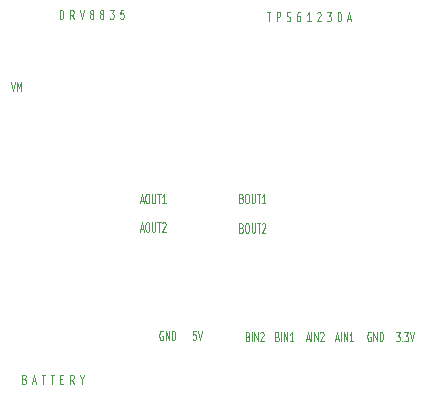
<source format=gbr>
%TF.GenerationSoftware,KiCad,Pcbnew,8.0.6*%
%TF.CreationDate,2024-12-12T22:55:36+09:00*%
%TF.ProjectId,basic_motor,62617369-635f-46d6-9f74-6f722e6b6963,rev?*%
%TF.SameCoordinates,Original*%
%TF.FileFunction,Legend,Top*%
%TF.FilePolarity,Positive*%
%FSLAX46Y46*%
G04 Gerber Fmt 4.6, Leading zero omitted, Abs format (unit mm)*
G04 Created by KiCad (PCBNEW 8.0.6) date 2024-12-12 22:55:36*
%MOMM*%
%LPD*%
G01*
G04 APERTURE LIST*
%ADD10C,0.100000*%
G04 APERTURE END LIST*
D10*
X159219047Y-85102990D02*
X159171428Y-85064895D01*
X159171428Y-85064895D02*
X159099999Y-85064895D01*
X159099999Y-85064895D02*
X159028571Y-85102990D01*
X159028571Y-85102990D02*
X158980952Y-85179180D01*
X158980952Y-85179180D02*
X158957142Y-85255371D01*
X158957142Y-85255371D02*
X158933333Y-85407752D01*
X158933333Y-85407752D02*
X158933333Y-85522038D01*
X158933333Y-85522038D02*
X158957142Y-85674419D01*
X158957142Y-85674419D02*
X158980952Y-85750609D01*
X158980952Y-85750609D02*
X159028571Y-85826800D01*
X159028571Y-85826800D02*
X159099999Y-85864895D01*
X159099999Y-85864895D02*
X159147618Y-85864895D01*
X159147618Y-85864895D02*
X159219047Y-85826800D01*
X159219047Y-85826800D02*
X159242856Y-85788704D01*
X159242856Y-85788704D02*
X159242856Y-85522038D01*
X159242856Y-85522038D02*
X159147618Y-85522038D01*
X159457142Y-85864895D02*
X159457142Y-85064895D01*
X159457142Y-85064895D02*
X159742856Y-85864895D01*
X159742856Y-85864895D02*
X159742856Y-85064895D01*
X159980952Y-85864895D02*
X159980952Y-85064895D01*
X159980952Y-85064895D02*
X160100000Y-85064895D01*
X160100000Y-85064895D02*
X160171428Y-85102990D01*
X160171428Y-85102990D02*
X160219047Y-85179180D01*
X160219047Y-85179180D02*
X160242857Y-85255371D01*
X160242857Y-85255371D02*
X160266666Y-85407752D01*
X160266666Y-85407752D02*
X160266666Y-85522038D01*
X160266666Y-85522038D02*
X160242857Y-85674419D01*
X160242857Y-85674419D02*
X160219047Y-85750609D01*
X160219047Y-85750609D02*
X160171428Y-85826800D01*
X160171428Y-85826800D02*
X160100000Y-85864895D01*
X160100000Y-85864895D02*
X159980952Y-85864895D01*
X156261905Y-85636323D02*
X156500000Y-85636323D01*
X156214286Y-85864895D02*
X156380952Y-85064895D01*
X156380952Y-85064895D02*
X156547619Y-85864895D01*
X156714285Y-85864895D02*
X156714285Y-85064895D01*
X156952380Y-85864895D02*
X156952380Y-85064895D01*
X156952380Y-85064895D02*
X157238094Y-85864895D01*
X157238094Y-85864895D02*
X157238094Y-85064895D01*
X157738095Y-85864895D02*
X157452381Y-85864895D01*
X157595238Y-85864895D02*
X157595238Y-85064895D01*
X157595238Y-85064895D02*
X157547619Y-85179180D01*
X157547619Y-85179180D02*
X157500000Y-85255371D01*
X157500000Y-85255371D02*
X157452381Y-85293466D01*
X129907145Y-89045847D02*
X129978573Y-89083942D01*
X129978573Y-89083942D02*
X130002383Y-89122038D01*
X130002383Y-89122038D02*
X130026192Y-89198228D01*
X130026192Y-89198228D02*
X130026192Y-89312514D01*
X130026192Y-89312514D02*
X130002383Y-89388704D01*
X130002383Y-89388704D02*
X129978573Y-89426800D01*
X129978573Y-89426800D02*
X129930954Y-89464895D01*
X129930954Y-89464895D02*
X129740478Y-89464895D01*
X129740478Y-89464895D02*
X129740478Y-88664895D01*
X129740478Y-88664895D02*
X129907145Y-88664895D01*
X129907145Y-88664895D02*
X129954764Y-88702990D01*
X129954764Y-88702990D02*
X129978573Y-88741085D01*
X129978573Y-88741085D02*
X130002383Y-88817276D01*
X130002383Y-88817276D02*
X130002383Y-88893466D01*
X130002383Y-88893466D02*
X129978573Y-88969657D01*
X129978573Y-88969657D02*
X129954764Y-89007752D01*
X129954764Y-89007752D02*
X129907145Y-89045847D01*
X129907145Y-89045847D02*
X129740478Y-89045847D01*
X130597621Y-89236323D02*
X130835716Y-89236323D01*
X130550002Y-89464895D02*
X130716668Y-88664895D01*
X130716668Y-88664895D02*
X130883335Y-89464895D01*
X131359525Y-88664895D02*
X131645239Y-88664895D01*
X131502382Y-89464895D02*
X131502382Y-88664895D01*
X132121429Y-88664895D02*
X132407143Y-88664895D01*
X132264286Y-89464895D02*
X132264286Y-88664895D01*
X132954761Y-89045847D02*
X133121428Y-89045847D01*
X133192856Y-89464895D02*
X132954761Y-89464895D01*
X132954761Y-89464895D02*
X132954761Y-88664895D01*
X132954761Y-88664895D02*
X133192856Y-88664895D01*
X134073808Y-89464895D02*
X133907142Y-89083942D01*
X133788094Y-89464895D02*
X133788094Y-88664895D01*
X133788094Y-88664895D02*
X133978570Y-88664895D01*
X133978570Y-88664895D02*
X134026189Y-88702990D01*
X134026189Y-88702990D02*
X134049999Y-88741085D01*
X134049999Y-88741085D02*
X134073808Y-88817276D01*
X134073808Y-88817276D02*
X134073808Y-88931561D01*
X134073808Y-88931561D02*
X134049999Y-89007752D01*
X134049999Y-89007752D02*
X134026189Y-89045847D01*
X134026189Y-89045847D02*
X133978570Y-89083942D01*
X133978570Y-89083942D02*
X133788094Y-89083942D01*
X134764284Y-89083942D02*
X134764284Y-89464895D01*
X134597618Y-88664895D02*
X134764284Y-89083942D01*
X134764284Y-89083942D02*
X134930951Y-88664895D01*
X150440480Y-57964895D02*
X150726194Y-57964895D01*
X150583337Y-58764895D02*
X150583337Y-57964895D01*
X151273812Y-58764895D02*
X151273812Y-57964895D01*
X151273812Y-57964895D02*
X151464288Y-57964895D01*
X151464288Y-57964895D02*
X151511907Y-58002990D01*
X151511907Y-58002990D02*
X151535717Y-58041085D01*
X151535717Y-58041085D02*
X151559526Y-58117276D01*
X151559526Y-58117276D02*
X151559526Y-58231561D01*
X151559526Y-58231561D02*
X151535717Y-58307752D01*
X151535717Y-58307752D02*
X151511907Y-58345847D01*
X151511907Y-58345847D02*
X151464288Y-58383942D01*
X151464288Y-58383942D02*
X151273812Y-58383942D01*
X152130955Y-58726800D02*
X152202383Y-58764895D01*
X152202383Y-58764895D02*
X152321431Y-58764895D01*
X152321431Y-58764895D02*
X152369050Y-58726800D01*
X152369050Y-58726800D02*
X152392859Y-58688704D01*
X152392859Y-58688704D02*
X152416669Y-58612514D01*
X152416669Y-58612514D02*
X152416669Y-58536323D01*
X152416669Y-58536323D02*
X152392859Y-58460133D01*
X152392859Y-58460133D02*
X152369050Y-58422038D01*
X152369050Y-58422038D02*
X152321431Y-58383942D01*
X152321431Y-58383942D02*
X152226193Y-58345847D01*
X152226193Y-58345847D02*
X152178574Y-58307752D01*
X152178574Y-58307752D02*
X152154764Y-58269657D01*
X152154764Y-58269657D02*
X152130955Y-58193466D01*
X152130955Y-58193466D02*
X152130955Y-58117276D01*
X152130955Y-58117276D02*
X152154764Y-58041085D01*
X152154764Y-58041085D02*
X152178574Y-58002990D01*
X152178574Y-58002990D02*
X152226193Y-57964895D01*
X152226193Y-57964895D02*
X152345240Y-57964895D01*
X152345240Y-57964895D02*
X152416669Y-58002990D01*
X153226192Y-57964895D02*
X153130954Y-57964895D01*
X153130954Y-57964895D02*
X153083335Y-58002990D01*
X153083335Y-58002990D02*
X153059525Y-58041085D01*
X153059525Y-58041085D02*
X153011906Y-58155371D01*
X153011906Y-58155371D02*
X152988097Y-58307752D01*
X152988097Y-58307752D02*
X152988097Y-58612514D01*
X152988097Y-58612514D02*
X153011906Y-58688704D01*
X153011906Y-58688704D02*
X153035716Y-58726800D01*
X153035716Y-58726800D02*
X153083335Y-58764895D01*
X153083335Y-58764895D02*
X153178573Y-58764895D01*
X153178573Y-58764895D02*
X153226192Y-58726800D01*
X153226192Y-58726800D02*
X153250001Y-58688704D01*
X153250001Y-58688704D02*
X153273811Y-58612514D01*
X153273811Y-58612514D02*
X153273811Y-58422038D01*
X153273811Y-58422038D02*
X153250001Y-58345847D01*
X153250001Y-58345847D02*
X153226192Y-58307752D01*
X153226192Y-58307752D02*
X153178573Y-58269657D01*
X153178573Y-58269657D02*
X153083335Y-58269657D01*
X153083335Y-58269657D02*
X153035716Y-58307752D01*
X153035716Y-58307752D02*
X153011906Y-58345847D01*
X153011906Y-58345847D02*
X152988097Y-58422038D01*
X154130953Y-58764895D02*
X153845239Y-58764895D01*
X153988096Y-58764895D02*
X153988096Y-57964895D01*
X153988096Y-57964895D02*
X153940477Y-58079180D01*
X153940477Y-58079180D02*
X153892858Y-58155371D01*
X153892858Y-58155371D02*
X153845239Y-58193466D01*
X154702381Y-58041085D02*
X154726190Y-58002990D01*
X154726190Y-58002990D02*
X154773809Y-57964895D01*
X154773809Y-57964895D02*
X154892857Y-57964895D01*
X154892857Y-57964895D02*
X154940476Y-58002990D01*
X154940476Y-58002990D02*
X154964285Y-58041085D01*
X154964285Y-58041085D02*
X154988095Y-58117276D01*
X154988095Y-58117276D02*
X154988095Y-58193466D01*
X154988095Y-58193466D02*
X154964285Y-58307752D01*
X154964285Y-58307752D02*
X154678571Y-58764895D01*
X154678571Y-58764895D02*
X154988095Y-58764895D01*
X155535713Y-57964895D02*
X155845237Y-57964895D01*
X155845237Y-57964895D02*
X155678570Y-58269657D01*
X155678570Y-58269657D02*
X155749999Y-58269657D01*
X155749999Y-58269657D02*
X155797618Y-58307752D01*
X155797618Y-58307752D02*
X155821427Y-58345847D01*
X155821427Y-58345847D02*
X155845237Y-58422038D01*
X155845237Y-58422038D02*
X155845237Y-58612514D01*
X155845237Y-58612514D02*
X155821427Y-58688704D01*
X155821427Y-58688704D02*
X155797618Y-58726800D01*
X155797618Y-58726800D02*
X155749999Y-58764895D01*
X155749999Y-58764895D02*
X155607142Y-58764895D01*
X155607142Y-58764895D02*
X155559523Y-58726800D01*
X155559523Y-58726800D02*
X155535713Y-58688704D01*
X156535712Y-57964895D02*
X156583331Y-57964895D01*
X156583331Y-57964895D02*
X156630950Y-58002990D01*
X156630950Y-58002990D02*
X156654760Y-58041085D01*
X156654760Y-58041085D02*
X156678569Y-58117276D01*
X156678569Y-58117276D02*
X156702379Y-58269657D01*
X156702379Y-58269657D02*
X156702379Y-58460133D01*
X156702379Y-58460133D02*
X156678569Y-58612514D01*
X156678569Y-58612514D02*
X156654760Y-58688704D01*
X156654760Y-58688704D02*
X156630950Y-58726800D01*
X156630950Y-58726800D02*
X156583331Y-58764895D01*
X156583331Y-58764895D02*
X156535712Y-58764895D01*
X156535712Y-58764895D02*
X156488093Y-58726800D01*
X156488093Y-58726800D02*
X156464284Y-58688704D01*
X156464284Y-58688704D02*
X156440474Y-58612514D01*
X156440474Y-58612514D02*
X156416665Y-58460133D01*
X156416665Y-58460133D02*
X156416665Y-58269657D01*
X156416665Y-58269657D02*
X156440474Y-58117276D01*
X156440474Y-58117276D02*
X156464284Y-58041085D01*
X156464284Y-58041085D02*
X156488093Y-58002990D01*
X156488093Y-58002990D02*
X156535712Y-57964895D01*
X157273807Y-58536323D02*
X157511902Y-58536323D01*
X157226188Y-58764895D02*
X157392854Y-57964895D01*
X157392854Y-57964895D02*
X157559521Y-58764895D01*
X153761905Y-85636323D02*
X154000000Y-85636323D01*
X153714286Y-85864895D02*
X153880952Y-85064895D01*
X153880952Y-85064895D02*
X154047619Y-85864895D01*
X154214285Y-85864895D02*
X154214285Y-85064895D01*
X154452380Y-85864895D02*
X154452380Y-85064895D01*
X154452380Y-85064895D02*
X154738094Y-85864895D01*
X154738094Y-85864895D02*
X154738094Y-85064895D01*
X154952381Y-85141085D02*
X154976190Y-85102990D01*
X154976190Y-85102990D02*
X155023809Y-85064895D01*
X155023809Y-85064895D02*
X155142857Y-85064895D01*
X155142857Y-85064895D02*
X155190476Y-85102990D01*
X155190476Y-85102990D02*
X155214285Y-85141085D01*
X155214285Y-85141085D02*
X155238095Y-85217276D01*
X155238095Y-85217276D02*
X155238095Y-85293466D01*
X155238095Y-85293466D02*
X155214285Y-85407752D01*
X155214285Y-85407752D02*
X154928571Y-85864895D01*
X154928571Y-85864895D02*
X155238095Y-85864895D01*
X161361905Y-85064895D02*
X161671429Y-85064895D01*
X161671429Y-85064895D02*
X161504762Y-85369657D01*
X161504762Y-85369657D02*
X161576191Y-85369657D01*
X161576191Y-85369657D02*
X161623810Y-85407752D01*
X161623810Y-85407752D02*
X161647619Y-85445847D01*
X161647619Y-85445847D02*
X161671429Y-85522038D01*
X161671429Y-85522038D02*
X161671429Y-85712514D01*
X161671429Y-85712514D02*
X161647619Y-85788704D01*
X161647619Y-85788704D02*
X161623810Y-85826800D01*
X161623810Y-85826800D02*
X161576191Y-85864895D01*
X161576191Y-85864895D02*
X161433334Y-85864895D01*
X161433334Y-85864895D02*
X161385715Y-85826800D01*
X161385715Y-85826800D02*
X161361905Y-85788704D01*
X161885714Y-85788704D02*
X161909524Y-85826800D01*
X161909524Y-85826800D02*
X161885714Y-85864895D01*
X161885714Y-85864895D02*
X161861905Y-85826800D01*
X161861905Y-85826800D02*
X161885714Y-85788704D01*
X161885714Y-85788704D02*
X161885714Y-85864895D01*
X162076190Y-85064895D02*
X162385714Y-85064895D01*
X162385714Y-85064895D02*
X162219047Y-85369657D01*
X162219047Y-85369657D02*
X162290476Y-85369657D01*
X162290476Y-85369657D02*
X162338095Y-85407752D01*
X162338095Y-85407752D02*
X162361904Y-85445847D01*
X162361904Y-85445847D02*
X162385714Y-85522038D01*
X162385714Y-85522038D02*
X162385714Y-85712514D01*
X162385714Y-85712514D02*
X162361904Y-85788704D01*
X162361904Y-85788704D02*
X162338095Y-85826800D01*
X162338095Y-85826800D02*
X162290476Y-85864895D01*
X162290476Y-85864895D02*
X162147619Y-85864895D01*
X162147619Y-85864895D02*
X162100000Y-85826800D01*
X162100000Y-85826800D02*
X162076190Y-85788704D01*
X162528571Y-85064895D02*
X162695237Y-85864895D01*
X162695237Y-85864895D02*
X162861904Y-85064895D01*
X148283333Y-76245847D02*
X148354761Y-76283942D01*
X148354761Y-76283942D02*
X148378571Y-76322038D01*
X148378571Y-76322038D02*
X148402380Y-76398228D01*
X148402380Y-76398228D02*
X148402380Y-76512514D01*
X148402380Y-76512514D02*
X148378571Y-76588704D01*
X148378571Y-76588704D02*
X148354761Y-76626800D01*
X148354761Y-76626800D02*
X148307142Y-76664895D01*
X148307142Y-76664895D02*
X148116666Y-76664895D01*
X148116666Y-76664895D02*
X148116666Y-75864895D01*
X148116666Y-75864895D02*
X148283333Y-75864895D01*
X148283333Y-75864895D02*
X148330952Y-75902990D01*
X148330952Y-75902990D02*
X148354761Y-75941085D01*
X148354761Y-75941085D02*
X148378571Y-76017276D01*
X148378571Y-76017276D02*
X148378571Y-76093466D01*
X148378571Y-76093466D02*
X148354761Y-76169657D01*
X148354761Y-76169657D02*
X148330952Y-76207752D01*
X148330952Y-76207752D02*
X148283333Y-76245847D01*
X148283333Y-76245847D02*
X148116666Y-76245847D01*
X148711904Y-75864895D02*
X148807142Y-75864895D01*
X148807142Y-75864895D02*
X148854761Y-75902990D01*
X148854761Y-75902990D02*
X148902380Y-75979180D01*
X148902380Y-75979180D02*
X148926190Y-76131561D01*
X148926190Y-76131561D02*
X148926190Y-76398228D01*
X148926190Y-76398228D02*
X148902380Y-76550609D01*
X148902380Y-76550609D02*
X148854761Y-76626800D01*
X148854761Y-76626800D02*
X148807142Y-76664895D01*
X148807142Y-76664895D02*
X148711904Y-76664895D01*
X148711904Y-76664895D02*
X148664285Y-76626800D01*
X148664285Y-76626800D02*
X148616666Y-76550609D01*
X148616666Y-76550609D02*
X148592857Y-76398228D01*
X148592857Y-76398228D02*
X148592857Y-76131561D01*
X148592857Y-76131561D02*
X148616666Y-75979180D01*
X148616666Y-75979180D02*
X148664285Y-75902990D01*
X148664285Y-75902990D02*
X148711904Y-75864895D01*
X149140476Y-75864895D02*
X149140476Y-76512514D01*
X149140476Y-76512514D02*
X149164286Y-76588704D01*
X149164286Y-76588704D02*
X149188095Y-76626800D01*
X149188095Y-76626800D02*
X149235714Y-76664895D01*
X149235714Y-76664895D02*
X149330952Y-76664895D01*
X149330952Y-76664895D02*
X149378571Y-76626800D01*
X149378571Y-76626800D02*
X149402381Y-76588704D01*
X149402381Y-76588704D02*
X149426190Y-76512514D01*
X149426190Y-76512514D02*
X149426190Y-75864895D01*
X149592858Y-75864895D02*
X149878572Y-75864895D01*
X149735715Y-76664895D02*
X149735715Y-75864895D01*
X150021429Y-75941085D02*
X150045238Y-75902990D01*
X150045238Y-75902990D02*
X150092857Y-75864895D01*
X150092857Y-75864895D02*
X150211905Y-75864895D01*
X150211905Y-75864895D02*
X150259524Y-75902990D01*
X150259524Y-75902990D02*
X150283333Y-75941085D01*
X150283333Y-75941085D02*
X150307143Y-76017276D01*
X150307143Y-76017276D02*
X150307143Y-76093466D01*
X150307143Y-76093466D02*
X150283333Y-76207752D01*
X150283333Y-76207752D02*
X149997619Y-76664895D01*
X149997619Y-76664895D02*
X150307143Y-76664895D01*
X132909526Y-58564895D02*
X132909526Y-57764895D01*
X132909526Y-57764895D02*
X133028574Y-57764895D01*
X133028574Y-57764895D02*
X133100002Y-57802990D01*
X133100002Y-57802990D02*
X133147621Y-57879180D01*
X133147621Y-57879180D02*
X133171431Y-57955371D01*
X133171431Y-57955371D02*
X133195240Y-58107752D01*
X133195240Y-58107752D02*
X133195240Y-58222038D01*
X133195240Y-58222038D02*
X133171431Y-58374419D01*
X133171431Y-58374419D02*
X133147621Y-58450609D01*
X133147621Y-58450609D02*
X133100002Y-58526800D01*
X133100002Y-58526800D02*
X133028574Y-58564895D01*
X133028574Y-58564895D02*
X132909526Y-58564895D01*
X134076192Y-58564895D02*
X133909526Y-58183942D01*
X133790478Y-58564895D02*
X133790478Y-57764895D01*
X133790478Y-57764895D02*
X133980954Y-57764895D01*
X133980954Y-57764895D02*
X134028573Y-57802990D01*
X134028573Y-57802990D02*
X134052383Y-57841085D01*
X134052383Y-57841085D02*
X134076192Y-57917276D01*
X134076192Y-57917276D02*
X134076192Y-58031561D01*
X134076192Y-58031561D02*
X134052383Y-58107752D01*
X134052383Y-58107752D02*
X134028573Y-58145847D01*
X134028573Y-58145847D02*
X133980954Y-58183942D01*
X133980954Y-58183942D02*
X133790478Y-58183942D01*
X134600002Y-57764895D02*
X134766668Y-58564895D01*
X134766668Y-58564895D02*
X134933335Y-57764895D01*
X135552382Y-58107752D02*
X135504763Y-58069657D01*
X135504763Y-58069657D02*
X135480953Y-58031561D01*
X135480953Y-58031561D02*
X135457144Y-57955371D01*
X135457144Y-57955371D02*
X135457144Y-57917276D01*
X135457144Y-57917276D02*
X135480953Y-57841085D01*
X135480953Y-57841085D02*
X135504763Y-57802990D01*
X135504763Y-57802990D02*
X135552382Y-57764895D01*
X135552382Y-57764895D02*
X135647620Y-57764895D01*
X135647620Y-57764895D02*
X135695239Y-57802990D01*
X135695239Y-57802990D02*
X135719048Y-57841085D01*
X135719048Y-57841085D02*
X135742858Y-57917276D01*
X135742858Y-57917276D02*
X135742858Y-57955371D01*
X135742858Y-57955371D02*
X135719048Y-58031561D01*
X135719048Y-58031561D02*
X135695239Y-58069657D01*
X135695239Y-58069657D02*
X135647620Y-58107752D01*
X135647620Y-58107752D02*
X135552382Y-58107752D01*
X135552382Y-58107752D02*
X135504763Y-58145847D01*
X135504763Y-58145847D02*
X135480953Y-58183942D01*
X135480953Y-58183942D02*
X135457144Y-58260133D01*
X135457144Y-58260133D02*
X135457144Y-58412514D01*
X135457144Y-58412514D02*
X135480953Y-58488704D01*
X135480953Y-58488704D02*
X135504763Y-58526800D01*
X135504763Y-58526800D02*
X135552382Y-58564895D01*
X135552382Y-58564895D02*
X135647620Y-58564895D01*
X135647620Y-58564895D02*
X135695239Y-58526800D01*
X135695239Y-58526800D02*
X135719048Y-58488704D01*
X135719048Y-58488704D02*
X135742858Y-58412514D01*
X135742858Y-58412514D02*
X135742858Y-58260133D01*
X135742858Y-58260133D02*
X135719048Y-58183942D01*
X135719048Y-58183942D02*
X135695239Y-58145847D01*
X135695239Y-58145847D02*
X135647620Y-58107752D01*
X136409524Y-58107752D02*
X136361905Y-58069657D01*
X136361905Y-58069657D02*
X136338095Y-58031561D01*
X136338095Y-58031561D02*
X136314286Y-57955371D01*
X136314286Y-57955371D02*
X136314286Y-57917276D01*
X136314286Y-57917276D02*
X136338095Y-57841085D01*
X136338095Y-57841085D02*
X136361905Y-57802990D01*
X136361905Y-57802990D02*
X136409524Y-57764895D01*
X136409524Y-57764895D02*
X136504762Y-57764895D01*
X136504762Y-57764895D02*
X136552381Y-57802990D01*
X136552381Y-57802990D02*
X136576190Y-57841085D01*
X136576190Y-57841085D02*
X136600000Y-57917276D01*
X136600000Y-57917276D02*
X136600000Y-57955371D01*
X136600000Y-57955371D02*
X136576190Y-58031561D01*
X136576190Y-58031561D02*
X136552381Y-58069657D01*
X136552381Y-58069657D02*
X136504762Y-58107752D01*
X136504762Y-58107752D02*
X136409524Y-58107752D01*
X136409524Y-58107752D02*
X136361905Y-58145847D01*
X136361905Y-58145847D02*
X136338095Y-58183942D01*
X136338095Y-58183942D02*
X136314286Y-58260133D01*
X136314286Y-58260133D02*
X136314286Y-58412514D01*
X136314286Y-58412514D02*
X136338095Y-58488704D01*
X136338095Y-58488704D02*
X136361905Y-58526800D01*
X136361905Y-58526800D02*
X136409524Y-58564895D01*
X136409524Y-58564895D02*
X136504762Y-58564895D01*
X136504762Y-58564895D02*
X136552381Y-58526800D01*
X136552381Y-58526800D02*
X136576190Y-58488704D01*
X136576190Y-58488704D02*
X136600000Y-58412514D01*
X136600000Y-58412514D02*
X136600000Y-58260133D01*
X136600000Y-58260133D02*
X136576190Y-58183942D01*
X136576190Y-58183942D02*
X136552381Y-58145847D01*
X136552381Y-58145847D02*
X136504762Y-58107752D01*
X137147618Y-57764895D02*
X137457142Y-57764895D01*
X137457142Y-57764895D02*
X137290475Y-58069657D01*
X137290475Y-58069657D02*
X137361904Y-58069657D01*
X137361904Y-58069657D02*
X137409523Y-58107752D01*
X137409523Y-58107752D02*
X137433332Y-58145847D01*
X137433332Y-58145847D02*
X137457142Y-58222038D01*
X137457142Y-58222038D02*
X137457142Y-58412514D01*
X137457142Y-58412514D02*
X137433332Y-58488704D01*
X137433332Y-58488704D02*
X137409523Y-58526800D01*
X137409523Y-58526800D02*
X137361904Y-58564895D01*
X137361904Y-58564895D02*
X137219047Y-58564895D01*
X137219047Y-58564895D02*
X137171428Y-58526800D01*
X137171428Y-58526800D02*
X137147618Y-58488704D01*
X138290474Y-57764895D02*
X138052379Y-57764895D01*
X138052379Y-57764895D02*
X138028570Y-58145847D01*
X138028570Y-58145847D02*
X138052379Y-58107752D01*
X138052379Y-58107752D02*
X138099998Y-58069657D01*
X138099998Y-58069657D02*
X138219046Y-58069657D01*
X138219046Y-58069657D02*
X138266665Y-58107752D01*
X138266665Y-58107752D02*
X138290474Y-58145847D01*
X138290474Y-58145847D02*
X138314284Y-58222038D01*
X138314284Y-58222038D02*
X138314284Y-58412514D01*
X138314284Y-58412514D02*
X138290474Y-58488704D01*
X138290474Y-58488704D02*
X138266665Y-58526800D01*
X138266665Y-58526800D02*
X138219046Y-58564895D01*
X138219046Y-58564895D02*
X138099998Y-58564895D01*
X138099998Y-58564895D02*
X138052379Y-58526800D01*
X138052379Y-58526800D02*
X138028570Y-58488704D01*
X128747619Y-63864895D02*
X128914285Y-64664895D01*
X128914285Y-64664895D02*
X129080952Y-63864895D01*
X129247618Y-64664895D02*
X129247618Y-63864895D01*
X129247618Y-63864895D02*
X129414285Y-64436323D01*
X129414285Y-64436323D02*
X129580951Y-63864895D01*
X129580951Y-63864895D02*
X129580951Y-64664895D01*
X139728572Y-73936323D02*
X139966667Y-73936323D01*
X139680953Y-74164895D02*
X139847619Y-73364895D01*
X139847619Y-73364895D02*
X140014286Y-74164895D01*
X140276190Y-73364895D02*
X140371428Y-73364895D01*
X140371428Y-73364895D02*
X140419047Y-73402990D01*
X140419047Y-73402990D02*
X140466666Y-73479180D01*
X140466666Y-73479180D02*
X140490476Y-73631561D01*
X140490476Y-73631561D02*
X140490476Y-73898228D01*
X140490476Y-73898228D02*
X140466666Y-74050609D01*
X140466666Y-74050609D02*
X140419047Y-74126800D01*
X140419047Y-74126800D02*
X140371428Y-74164895D01*
X140371428Y-74164895D02*
X140276190Y-74164895D01*
X140276190Y-74164895D02*
X140228571Y-74126800D01*
X140228571Y-74126800D02*
X140180952Y-74050609D01*
X140180952Y-74050609D02*
X140157143Y-73898228D01*
X140157143Y-73898228D02*
X140157143Y-73631561D01*
X140157143Y-73631561D02*
X140180952Y-73479180D01*
X140180952Y-73479180D02*
X140228571Y-73402990D01*
X140228571Y-73402990D02*
X140276190Y-73364895D01*
X140704762Y-73364895D02*
X140704762Y-74012514D01*
X140704762Y-74012514D02*
X140728572Y-74088704D01*
X140728572Y-74088704D02*
X140752381Y-74126800D01*
X140752381Y-74126800D02*
X140800000Y-74164895D01*
X140800000Y-74164895D02*
X140895238Y-74164895D01*
X140895238Y-74164895D02*
X140942857Y-74126800D01*
X140942857Y-74126800D02*
X140966667Y-74088704D01*
X140966667Y-74088704D02*
X140990476Y-74012514D01*
X140990476Y-74012514D02*
X140990476Y-73364895D01*
X141157144Y-73364895D02*
X141442858Y-73364895D01*
X141300001Y-74164895D02*
X141300001Y-73364895D01*
X141871429Y-74164895D02*
X141585715Y-74164895D01*
X141728572Y-74164895D02*
X141728572Y-73364895D01*
X141728572Y-73364895D02*
X141680953Y-73479180D01*
X141680953Y-73479180D02*
X141633334Y-73555371D01*
X141633334Y-73555371D02*
X141585715Y-73593466D01*
X141619047Y-85002990D02*
X141571428Y-84964895D01*
X141571428Y-84964895D02*
X141499999Y-84964895D01*
X141499999Y-84964895D02*
X141428571Y-85002990D01*
X141428571Y-85002990D02*
X141380952Y-85079180D01*
X141380952Y-85079180D02*
X141357142Y-85155371D01*
X141357142Y-85155371D02*
X141333333Y-85307752D01*
X141333333Y-85307752D02*
X141333333Y-85422038D01*
X141333333Y-85422038D02*
X141357142Y-85574419D01*
X141357142Y-85574419D02*
X141380952Y-85650609D01*
X141380952Y-85650609D02*
X141428571Y-85726800D01*
X141428571Y-85726800D02*
X141499999Y-85764895D01*
X141499999Y-85764895D02*
X141547618Y-85764895D01*
X141547618Y-85764895D02*
X141619047Y-85726800D01*
X141619047Y-85726800D02*
X141642856Y-85688704D01*
X141642856Y-85688704D02*
X141642856Y-85422038D01*
X141642856Y-85422038D02*
X141547618Y-85422038D01*
X141857142Y-85764895D02*
X141857142Y-84964895D01*
X141857142Y-84964895D02*
X142142856Y-85764895D01*
X142142856Y-85764895D02*
X142142856Y-84964895D01*
X142380952Y-85764895D02*
X142380952Y-84964895D01*
X142380952Y-84964895D02*
X142500000Y-84964895D01*
X142500000Y-84964895D02*
X142571428Y-85002990D01*
X142571428Y-85002990D02*
X142619047Y-85079180D01*
X142619047Y-85079180D02*
X142642857Y-85155371D01*
X142642857Y-85155371D02*
X142666666Y-85307752D01*
X142666666Y-85307752D02*
X142666666Y-85422038D01*
X142666666Y-85422038D02*
X142642857Y-85574419D01*
X142642857Y-85574419D02*
X142619047Y-85650609D01*
X142619047Y-85650609D02*
X142571428Y-85726800D01*
X142571428Y-85726800D02*
X142500000Y-85764895D01*
X142500000Y-85764895D02*
X142380952Y-85764895D01*
X139728572Y-76336323D02*
X139966667Y-76336323D01*
X139680953Y-76564895D02*
X139847619Y-75764895D01*
X139847619Y-75764895D02*
X140014286Y-76564895D01*
X140276190Y-75764895D02*
X140371428Y-75764895D01*
X140371428Y-75764895D02*
X140419047Y-75802990D01*
X140419047Y-75802990D02*
X140466666Y-75879180D01*
X140466666Y-75879180D02*
X140490476Y-76031561D01*
X140490476Y-76031561D02*
X140490476Y-76298228D01*
X140490476Y-76298228D02*
X140466666Y-76450609D01*
X140466666Y-76450609D02*
X140419047Y-76526800D01*
X140419047Y-76526800D02*
X140371428Y-76564895D01*
X140371428Y-76564895D02*
X140276190Y-76564895D01*
X140276190Y-76564895D02*
X140228571Y-76526800D01*
X140228571Y-76526800D02*
X140180952Y-76450609D01*
X140180952Y-76450609D02*
X140157143Y-76298228D01*
X140157143Y-76298228D02*
X140157143Y-76031561D01*
X140157143Y-76031561D02*
X140180952Y-75879180D01*
X140180952Y-75879180D02*
X140228571Y-75802990D01*
X140228571Y-75802990D02*
X140276190Y-75764895D01*
X140704762Y-75764895D02*
X140704762Y-76412514D01*
X140704762Y-76412514D02*
X140728572Y-76488704D01*
X140728572Y-76488704D02*
X140752381Y-76526800D01*
X140752381Y-76526800D02*
X140800000Y-76564895D01*
X140800000Y-76564895D02*
X140895238Y-76564895D01*
X140895238Y-76564895D02*
X140942857Y-76526800D01*
X140942857Y-76526800D02*
X140966667Y-76488704D01*
X140966667Y-76488704D02*
X140990476Y-76412514D01*
X140990476Y-76412514D02*
X140990476Y-75764895D01*
X141157144Y-75764895D02*
X141442858Y-75764895D01*
X141300001Y-76564895D02*
X141300001Y-75764895D01*
X141585715Y-75841085D02*
X141609524Y-75802990D01*
X141609524Y-75802990D02*
X141657143Y-75764895D01*
X141657143Y-75764895D02*
X141776191Y-75764895D01*
X141776191Y-75764895D02*
X141823810Y-75802990D01*
X141823810Y-75802990D02*
X141847619Y-75841085D01*
X141847619Y-75841085D02*
X141871429Y-75917276D01*
X141871429Y-75917276D02*
X141871429Y-75993466D01*
X141871429Y-75993466D02*
X141847619Y-76107752D01*
X141847619Y-76107752D02*
X141561905Y-76564895D01*
X141561905Y-76564895D02*
X141871429Y-76564895D01*
X144404762Y-84964895D02*
X144166667Y-84964895D01*
X144166667Y-84964895D02*
X144142858Y-85345847D01*
X144142858Y-85345847D02*
X144166667Y-85307752D01*
X144166667Y-85307752D02*
X144214286Y-85269657D01*
X144214286Y-85269657D02*
X144333334Y-85269657D01*
X144333334Y-85269657D02*
X144380953Y-85307752D01*
X144380953Y-85307752D02*
X144404762Y-85345847D01*
X144404762Y-85345847D02*
X144428572Y-85422038D01*
X144428572Y-85422038D02*
X144428572Y-85612514D01*
X144428572Y-85612514D02*
X144404762Y-85688704D01*
X144404762Y-85688704D02*
X144380953Y-85726800D01*
X144380953Y-85726800D02*
X144333334Y-85764895D01*
X144333334Y-85764895D02*
X144214286Y-85764895D01*
X144214286Y-85764895D02*
X144166667Y-85726800D01*
X144166667Y-85726800D02*
X144142858Y-85688704D01*
X144571429Y-84964895D02*
X144738095Y-85764895D01*
X144738095Y-85764895D02*
X144904762Y-84964895D01*
X151316667Y-85445847D02*
X151388095Y-85483942D01*
X151388095Y-85483942D02*
X151411905Y-85522038D01*
X151411905Y-85522038D02*
X151435714Y-85598228D01*
X151435714Y-85598228D02*
X151435714Y-85712514D01*
X151435714Y-85712514D02*
X151411905Y-85788704D01*
X151411905Y-85788704D02*
X151388095Y-85826800D01*
X151388095Y-85826800D02*
X151340476Y-85864895D01*
X151340476Y-85864895D02*
X151150000Y-85864895D01*
X151150000Y-85864895D02*
X151150000Y-85064895D01*
X151150000Y-85064895D02*
X151316667Y-85064895D01*
X151316667Y-85064895D02*
X151364286Y-85102990D01*
X151364286Y-85102990D02*
X151388095Y-85141085D01*
X151388095Y-85141085D02*
X151411905Y-85217276D01*
X151411905Y-85217276D02*
X151411905Y-85293466D01*
X151411905Y-85293466D02*
X151388095Y-85369657D01*
X151388095Y-85369657D02*
X151364286Y-85407752D01*
X151364286Y-85407752D02*
X151316667Y-85445847D01*
X151316667Y-85445847D02*
X151150000Y-85445847D01*
X151650000Y-85864895D02*
X151650000Y-85064895D01*
X151888095Y-85864895D02*
X151888095Y-85064895D01*
X151888095Y-85064895D02*
X152173809Y-85864895D01*
X152173809Y-85864895D02*
X152173809Y-85064895D01*
X152673810Y-85864895D02*
X152388096Y-85864895D01*
X152530953Y-85864895D02*
X152530953Y-85064895D01*
X152530953Y-85064895D02*
X152483334Y-85179180D01*
X152483334Y-85179180D02*
X152435715Y-85255371D01*
X152435715Y-85255371D02*
X152388096Y-85293466D01*
X148816667Y-85445847D02*
X148888095Y-85483942D01*
X148888095Y-85483942D02*
X148911905Y-85522038D01*
X148911905Y-85522038D02*
X148935714Y-85598228D01*
X148935714Y-85598228D02*
X148935714Y-85712514D01*
X148935714Y-85712514D02*
X148911905Y-85788704D01*
X148911905Y-85788704D02*
X148888095Y-85826800D01*
X148888095Y-85826800D02*
X148840476Y-85864895D01*
X148840476Y-85864895D02*
X148650000Y-85864895D01*
X148650000Y-85864895D02*
X148650000Y-85064895D01*
X148650000Y-85064895D02*
X148816667Y-85064895D01*
X148816667Y-85064895D02*
X148864286Y-85102990D01*
X148864286Y-85102990D02*
X148888095Y-85141085D01*
X148888095Y-85141085D02*
X148911905Y-85217276D01*
X148911905Y-85217276D02*
X148911905Y-85293466D01*
X148911905Y-85293466D02*
X148888095Y-85369657D01*
X148888095Y-85369657D02*
X148864286Y-85407752D01*
X148864286Y-85407752D02*
X148816667Y-85445847D01*
X148816667Y-85445847D02*
X148650000Y-85445847D01*
X149150000Y-85864895D02*
X149150000Y-85064895D01*
X149388095Y-85864895D02*
X149388095Y-85064895D01*
X149388095Y-85064895D02*
X149673809Y-85864895D01*
X149673809Y-85864895D02*
X149673809Y-85064895D01*
X149888096Y-85141085D02*
X149911905Y-85102990D01*
X149911905Y-85102990D02*
X149959524Y-85064895D01*
X149959524Y-85064895D02*
X150078572Y-85064895D01*
X150078572Y-85064895D02*
X150126191Y-85102990D01*
X150126191Y-85102990D02*
X150150000Y-85141085D01*
X150150000Y-85141085D02*
X150173810Y-85217276D01*
X150173810Y-85217276D02*
X150173810Y-85293466D01*
X150173810Y-85293466D02*
X150150000Y-85407752D01*
X150150000Y-85407752D02*
X149864286Y-85864895D01*
X149864286Y-85864895D02*
X150173810Y-85864895D01*
X148283333Y-73745847D02*
X148354761Y-73783942D01*
X148354761Y-73783942D02*
X148378571Y-73822038D01*
X148378571Y-73822038D02*
X148402380Y-73898228D01*
X148402380Y-73898228D02*
X148402380Y-74012514D01*
X148402380Y-74012514D02*
X148378571Y-74088704D01*
X148378571Y-74088704D02*
X148354761Y-74126800D01*
X148354761Y-74126800D02*
X148307142Y-74164895D01*
X148307142Y-74164895D02*
X148116666Y-74164895D01*
X148116666Y-74164895D02*
X148116666Y-73364895D01*
X148116666Y-73364895D02*
X148283333Y-73364895D01*
X148283333Y-73364895D02*
X148330952Y-73402990D01*
X148330952Y-73402990D02*
X148354761Y-73441085D01*
X148354761Y-73441085D02*
X148378571Y-73517276D01*
X148378571Y-73517276D02*
X148378571Y-73593466D01*
X148378571Y-73593466D02*
X148354761Y-73669657D01*
X148354761Y-73669657D02*
X148330952Y-73707752D01*
X148330952Y-73707752D02*
X148283333Y-73745847D01*
X148283333Y-73745847D02*
X148116666Y-73745847D01*
X148711904Y-73364895D02*
X148807142Y-73364895D01*
X148807142Y-73364895D02*
X148854761Y-73402990D01*
X148854761Y-73402990D02*
X148902380Y-73479180D01*
X148902380Y-73479180D02*
X148926190Y-73631561D01*
X148926190Y-73631561D02*
X148926190Y-73898228D01*
X148926190Y-73898228D02*
X148902380Y-74050609D01*
X148902380Y-74050609D02*
X148854761Y-74126800D01*
X148854761Y-74126800D02*
X148807142Y-74164895D01*
X148807142Y-74164895D02*
X148711904Y-74164895D01*
X148711904Y-74164895D02*
X148664285Y-74126800D01*
X148664285Y-74126800D02*
X148616666Y-74050609D01*
X148616666Y-74050609D02*
X148592857Y-73898228D01*
X148592857Y-73898228D02*
X148592857Y-73631561D01*
X148592857Y-73631561D02*
X148616666Y-73479180D01*
X148616666Y-73479180D02*
X148664285Y-73402990D01*
X148664285Y-73402990D02*
X148711904Y-73364895D01*
X149140476Y-73364895D02*
X149140476Y-74012514D01*
X149140476Y-74012514D02*
X149164286Y-74088704D01*
X149164286Y-74088704D02*
X149188095Y-74126800D01*
X149188095Y-74126800D02*
X149235714Y-74164895D01*
X149235714Y-74164895D02*
X149330952Y-74164895D01*
X149330952Y-74164895D02*
X149378571Y-74126800D01*
X149378571Y-74126800D02*
X149402381Y-74088704D01*
X149402381Y-74088704D02*
X149426190Y-74012514D01*
X149426190Y-74012514D02*
X149426190Y-73364895D01*
X149592858Y-73364895D02*
X149878572Y-73364895D01*
X149735715Y-74164895D02*
X149735715Y-73364895D01*
X150307143Y-74164895D02*
X150021429Y-74164895D01*
X150164286Y-74164895D02*
X150164286Y-73364895D01*
X150164286Y-73364895D02*
X150116667Y-73479180D01*
X150116667Y-73479180D02*
X150069048Y-73555371D01*
X150069048Y-73555371D02*
X150021429Y-73593466D01*
M02*

</source>
